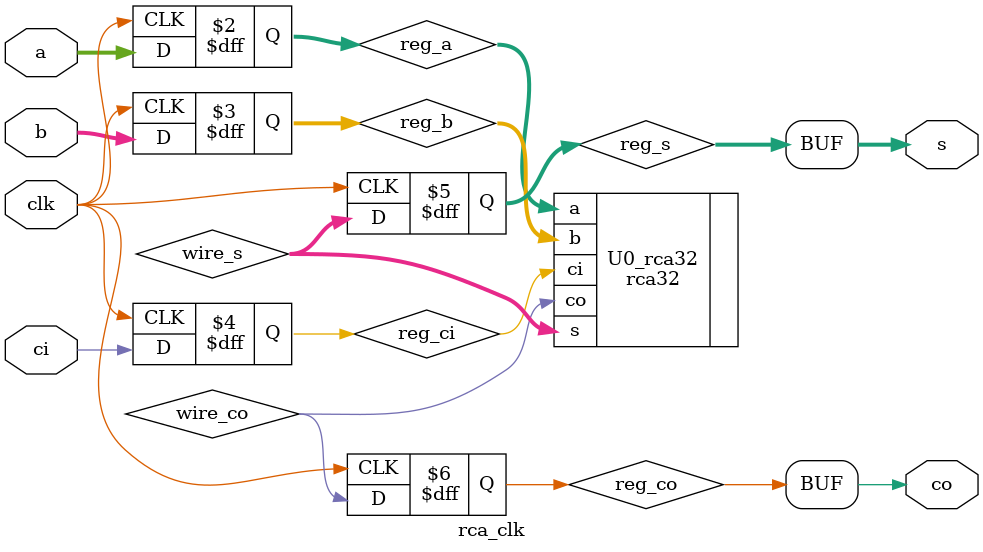
<source format=v>
module rca_clk(clk,a,b,ci,s,co); 
	input clk; 
	input [31:0] a,b; 
	input ci; 
	output [31:0] s; 
	output co; 

	reg [31:0] reg_a, reg_b; 
	reg reg_ci;
	reg [31:0] reg_s;
	reg reg_co;

	wire [31:0] wire_s; 
	wire wire_co;

	
	always@(posedge clk) 
	begin 
		reg_a <= a; 
		reg_b <= b;
		reg_ci <= ci;
		reg_s <= wire_s;
		reg_co <= wire_co;
	end

	//instance of rca32
	rca32 U0_rca32(.a(reg_a), .b(reg_b), .ci(reg_ci), .s(wire_s), .co(wire_co)); 

	assign s = reg_s; 
	assign co = reg_co; 

endmodule 
</source>
